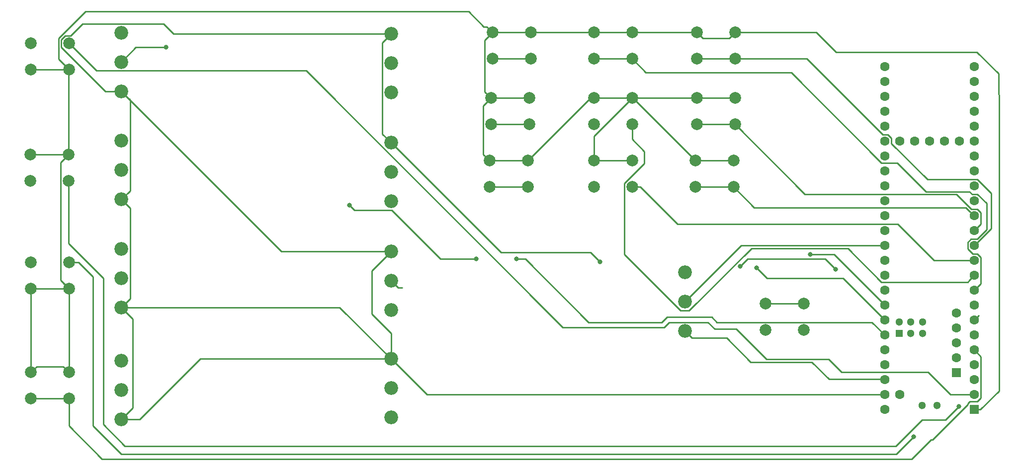
<source format=gbr>
G04 #@! TF.GenerationSoftware,KiCad,Pcbnew,(5.1.4-0-10_14)*
G04 #@! TF.CreationDate,2020-08-23T12:41:51+02:00*
G04 #@! TF.ProjectId,the_mvp,7468655f-6d76-4702-9e6b-696361645f70,1.0*
G04 #@! TF.SameCoordinates,Original*
G04 #@! TF.FileFunction,Copper,L1,Top*
G04 #@! TF.FilePolarity,Positive*
%FSLAX46Y46*%
G04 Gerber Fmt 4.6, Leading zero omitted, Abs format (unit mm)*
G04 Created by KiCad (PCBNEW (5.1.4-0-10_14)) date 2020-08-23 12:41:51*
%MOMM*%
%LPD*%
G04 APERTURE LIST*
%ADD10C,1.300000*%
%ADD11C,1.600000*%
%ADD12R,1.300000X1.300000*%
%ADD13R,1.600000X1.600000*%
%ADD14C,2.000000*%
%ADD15C,2.340000*%
%ADD16C,0.800000*%
%ADD17C,0.250000*%
G04 APERTURE END LIST*
D10*
X208788000Y-92234000D03*
X211328000Y-92234000D03*
D11*
X204978000Y-47244000D03*
X207518000Y-47244000D03*
X210058000Y-47244000D03*
X212598000Y-47244000D03*
X215138000Y-47244000D03*
D10*
X208876400Y-79994000D03*
X208876400Y-77994000D03*
X206876400Y-77994000D03*
X206876400Y-79994000D03*
X204876400Y-77994000D03*
D12*
X204876400Y-79994000D03*
D11*
X217678000Y-52324000D03*
X217678000Y-49784000D03*
X217678000Y-47244000D03*
X217678000Y-44704000D03*
X217678000Y-54864000D03*
X217678000Y-57404000D03*
X217678000Y-59944000D03*
X217678000Y-42164000D03*
X217678000Y-39624000D03*
X217678000Y-37084000D03*
X217678000Y-34544000D03*
X202438000Y-34544000D03*
X202438000Y-37084000D03*
X202438000Y-39624000D03*
X202438000Y-42164000D03*
X202438000Y-44704000D03*
X202438000Y-47244000D03*
X202438000Y-49784000D03*
X202438000Y-52324000D03*
X202438000Y-54864000D03*
X202438000Y-57404000D03*
X217678000Y-62484000D03*
X217678000Y-65024000D03*
X217678000Y-67564000D03*
X217678000Y-70104000D03*
X217678000Y-72644000D03*
X217678000Y-75184000D03*
X217678000Y-77724000D03*
X217678000Y-80264000D03*
X217678000Y-82804000D03*
X217678000Y-85344000D03*
X217678000Y-87884000D03*
X217678000Y-90424000D03*
D13*
X217678000Y-92964000D03*
D11*
X202438000Y-59944000D03*
X202438000Y-62484000D03*
X202438000Y-65024000D03*
X202438000Y-67564000D03*
X202438000Y-70104000D03*
X202438000Y-72644000D03*
X202438000Y-75184000D03*
X202438000Y-77724000D03*
X202438000Y-80264000D03*
X202438000Y-82804000D03*
X202438000Y-85344000D03*
X202438000Y-87884000D03*
X202438000Y-90424000D03*
X202438000Y-92964000D03*
D13*
X214627200Y-86664800D03*
D11*
X214627200Y-84124800D03*
X214627200Y-81584800D03*
X214627200Y-79044800D03*
X214627200Y-76504800D03*
X204978000Y-90424000D03*
D14*
X159408000Y-50546000D03*
X159408000Y-55046000D03*
X152908000Y-50546000D03*
X152908000Y-55046000D03*
X159408000Y-39878000D03*
X159408000Y-44378000D03*
X152908000Y-39878000D03*
X152908000Y-44378000D03*
X141882000Y-39878000D03*
X141882000Y-44378000D03*
X135382000Y-39878000D03*
X135382000Y-44378000D03*
D15*
X168402000Y-69596000D03*
X168402000Y-74596000D03*
X168402000Y-79596000D03*
X118364000Y-84328000D03*
X118364000Y-89328000D03*
X118364000Y-94328000D03*
X118364000Y-66040000D03*
X118364000Y-71040000D03*
X118364000Y-76040000D03*
X118364000Y-47498000D03*
X118364000Y-52498000D03*
X118364000Y-57498000D03*
X118364000Y-28956000D03*
X118364000Y-33956000D03*
X118364000Y-38956000D03*
X72390000Y-94615000D03*
X72390000Y-89615000D03*
X72390000Y-84615000D03*
X72390000Y-75565000D03*
X72390000Y-70565000D03*
X72390000Y-65565000D03*
X72390000Y-57150000D03*
X72390000Y-52150000D03*
X72390000Y-47150000D03*
X72390000Y-38735000D03*
X72390000Y-33735000D03*
X72390000Y-28735000D03*
D14*
X63500000Y-86614000D03*
X63500000Y-91114000D03*
X57000000Y-86614000D03*
X57000000Y-91114000D03*
X57000000Y-72390000D03*
X57000000Y-67890000D03*
X63500000Y-72390000D03*
X63500000Y-67890000D03*
X63396000Y-49530000D03*
X63396000Y-54030000D03*
X56896000Y-49530000D03*
X56896000Y-54030000D03*
X57000000Y-35052000D03*
X57000000Y-30552000D03*
X63500000Y-35052000D03*
X63500000Y-30552000D03*
X188618000Y-74930000D03*
X188618000Y-79430000D03*
X182118000Y-74930000D03*
X182118000Y-79430000D03*
X176680000Y-50546000D03*
X176680000Y-55046000D03*
X170180000Y-50546000D03*
X170180000Y-55046000D03*
X176934000Y-39878000D03*
X176934000Y-44378000D03*
X170434000Y-39878000D03*
X170434000Y-44378000D03*
X176934000Y-28702000D03*
X176934000Y-33202000D03*
X170434000Y-28702000D03*
X170434000Y-33202000D03*
X159408000Y-28702000D03*
X159408000Y-33202000D03*
X152908000Y-28702000D03*
X152908000Y-33202000D03*
X141628000Y-50546000D03*
X141628000Y-55046000D03*
X135128000Y-50546000D03*
X135128000Y-55046000D03*
X142136000Y-28702000D03*
X142136000Y-33202000D03*
X135636000Y-28702000D03*
X135636000Y-33202000D03*
D16*
X207352500Y-97624500D03*
X215099500Y-92417500D03*
X177800000Y-68580000D03*
X194056000Y-69088000D03*
X189738000Y-66548000D03*
X180594000Y-68834000D03*
X80010000Y-31242000D03*
X111252000Y-58166000D03*
X132842000Y-67310000D03*
X139700000Y-67310000D03*
X153924000Y-67818000D03*
D17*
X159408000Y-28702000D02*
X170434000Y-28702000D01*
X143550213Y-28702000D02*
X152908000Y-28702000D01*
X142136000Y-28702000D02*
X143550213Y-28702000D01*
X157993787Y-28702000D02*
X152908000Y-28702000D01*
X159408000Y-28702000D02*
X157993787Y-28702000D01*
X135636000Y-28702000D02*
X142136000Y-28702000D01*
X175934001Y-29701999D02*
X176934000Y-28702000D01*
X171433999Y-29701999D02*
X175934001Y-29701999D01*
X170434000Y-28702000D02*
X171433999Y-29701999D01*
X160822213Y-39878000D02*
X170434000Y-39878000D01*
X159408000Y-39878000D02*
X160822213Y-39878000D01*
X134382001Y-38878001D02*
X135382000Y-39878000D01*
X134310999Y-38806999D02*
X134382001Y-38878001D01*
X134310999Y-30027001D02*
X134310999Y-38806999D01*
X135636000Y-28702000D02*
X134310999Y-30027001D01*
X134056999Y-49474999D02*
X134128001Y-49546001D01*
X134128001Y-49546001D02*
X135128000Y-50546000D01*
X134056999Y-41203001D02*
X134056999Y-49474999D01*
X135382000Y-39878000D02*
X134056999Y-41203001D01*
X63500000Y-49426000D02*
X63396000Y-49530000D01*
X62500001Y-71390001D02*
X63500000Y-72390000D01*
X63500000Y-72390000D02*
X57000000Y-72390000D01*
X57000000Y-72390000D02*
X57000000Y-86614000D01*
X57999999Y-85614001D02*
X57000000Y-86614000D01*
X62500001Y-85614001D02*
X57999999Y-85614001D01*
X63500000Y-86614000D02*
X62500001Y-85614001D01*
X63500000Y-86614000D02*
X63500000Y-72390000D01*
X62396001Y-50529999D02*
X63396000Y-49530000D01*
X62070999Y-70960999D02*
X62070999Y-50855001D01*
X62070999Y-50855001D02*
X62396001Y-50529999D01*
X63500000Y-72390000D02*
X62070999Y-70960999D01*
X57000000Y-35052000D02*
X63500000Y-35052000D01*
X61724990Y-33276990D02*
X61724990Y-29729598D01*
X63500000Y-35052000D02*
X61724990Y-33276990D01*
X170434000Y-39878000D02*
X176934000Y-39878000D01*
X152296000Y-39878000D02*
X152908000Y-39878000D01*
X141628000Y-50546000D02*
X152296000Y-39878000D01*
X159408000Y-39878000D02*
X152908000Y-39878000D01*
X141628000Y-50546000D02*
X135128000Y-50546000D01*
X152908000Y-46378000D02*
X152908000Y-50546000D01*
X159408000Y-39878000D02*
X152908000Y-46378000D01*
X152908000Y-50546000D02*
X159408000Y-50546000D01*
X159512000Y-39878000D02*
X159408000Y-39878000D01*
X170180000Y-50546000D02*
X159512000Y-39878000D01*
X170180000Y-50546000D02*
X176680000Y-50546000D01*
X217678000Y-92964000D02*
X218728000Y-92964000D01*
X188618000Y-74930000D02*
X182118000Y-74930000D01*
X56896000Y-49530000D02*
X63396000Y-49530000D01*
X63396000Y-35156000D02*
X63500000Y-35052000D01*
X63396000Y-49530000D02*
X63396000Y-35156000D01*
X61724990Y-29729598D02*
X66301294Y-25153294D01*
X134128001Y-27702001D02*
X131579294Y-25153294D01*
X134636001Y-27702001D02*
X134128001Y-27702001D01*
X135636000Y-28702000D02*
X134636001Y-27702001D01*
X66301294Y-25153294D02*
X131579294Y-25153294D01*
X135382000Y-39878000D02*
X141882000Y-39878000D01*
X176934000Y-28702000D02*
X190754000Y-28702000D01*
X194111089Y-32059089D02*
X218130911Y-32059089D01*
X190754000Y-28702000D02*
X194111089Y-32059089D01*
X221813911Y-35742089D02*
X221813911Y-39298089D01*
X221813911Y-35742089D02*
X218130911Y-32059089D01*
X221886000Y-39370178D02*
X221886000Y-89806000D01*
X221813911Y-39298089D02*
X221886000Y-39370178D01*
X218728000Y-92964000D02*
X221886000Y-89806000D01*
X135636000Y-33202000D02*
X142136000Y-33202000D01*
X218477999Y-76924001D02*
X217678000Y-77724000D01*
X135382000Y-44378000D02*
X141882000Y-44378000D01*
X136542213Y-55046000D02*
X141628000Y-55046000D01*
X135128000Y-55046000D02*
X136542213Y-55046000D01*
X218440000Y-71882000D02*
X217678000Y-72644000D01*
X152908000Y-33202000D02*
X159408000Y-33202000D01*
X218803001Y-71518999D02*
X217678000Y-72644000D01*
X218803001Y-67023999D02*
X218803001Y-71518999D01*
X218218001Y-66438999D02*
X218803001Y-67023999D01*
X217427997Y-66438999D02*
X218218001Y-66438999D01*
X216552999Y-65564001D02*
X217427997Y-66438999D01*
X216552999Y-64483999D02*
X216552999Y-65564001D01*
X159408000Y-33202000D02*
X161766000Y-35560000D01*
X161766000Y-35560000D02*
X186548998Y-35560000D01*
X186548998Y-35560000D02*
X201897999Y-50909001D01*
X219772795Y-62292795D02*
X218166591Y-63898999D01*
X217137999Y-63898999D02*
X216552999Y-64483999D01*
X218166591Y-63898999D02*
X217137999Y-63898999D01*
X219772795Y-57833793D02*
X219772795Y-62292795D01*
X209498989Y-55828989D02*
X216864989Y-55828989D01*
X218218001Y-56278999D02*
X219772795Y-57833793D01*
X216864989Y-55828989D02*
X217314999Y-56278999D01*
X217314999Y-56278999D02*
X218218001Y-56278999D01*
X204579001Y-50909001D02*
X209498989Y-55828989D01*
X201897999Y-50909001D02*
X204579001Y-50909001D01*
X201897999Y-71229001D02*
X216552999Y-71229001D01*
X196143008Y-65474010D02*
X201897999Y-71229001D01*
X179736592Y-65474010D02*
X196143008Y-65474010D01*
X216552999Y-71229001D02*
X216878001Y-70903999D01*
X169119601Y-76091001D02*
X179736592Y-65474010D01*
X167684399Y-76091001D02*
X169119601Y-76091001D01*
X158082999Y-66489601D02*
X167684399Y-76091001D01*
X216878001Y-70903999D02*
X217678000Y-70104000D01*
X158082999Y-54409999D02*
X158082999Y-66489601D01*
X159408000Y-44378000D02*
X159408000Y-46886000D01*
X161491499Y-48969499D02*
X161491499Y-51001499D01*
X159408000Y-46886000D02*
X161491499Y-48969499D01*
X161491499Y-51001499D02*
X158082999Y-54409999D01*
X210820000Y-67564000D02*
X217678000Y-67564000D01*
X204614999Y-61358999D02*
X210820000Y-67564000D01*
X167135212Y-61358999D02*
X204614999Y-61358999D01*
X160822213Y-55046000D02*
X167135212Y-61358999D01*
X159408000Y-55046000D02*
X160822213Y-55046000D01*
X170434000Y-33202000D02*
X176934000Y-33202000D01*
X218218001Y-53738999D02*
X220599000Y-56119998D01*
X209694999Y-53738999D02*
X218218001Y-53738999D01*
X220599000Y-62103000D02*
X217678000Y-65024000D01*
X203563001Y-47607001D02*
X209694999Y-53738999D01*
X202074999Y-46118999D02*
X202978001Y-46118999D01*
X202978001Y-46118999D02*
X203563001Y-46703999D01*
X189158000Y-33202000D02*
X202074999Y-46118999D01*
X220599000Y-56119998D02*
X220599000Y-62103000D01*
X203563001Y-46703999D02*
X203563001Y-47607001D01*
X176934000Y-33202000D02*
X189158000Y-33202000D01*
X218477999Y-61684001D02*
X217678000Y-62484000D01*
X218803001Y-61358999D02*
X218477999Y-61684001D01*
X218803001Y-59403999D02*
X218803001Y-61358999D01*
X218218001Y-58818999D02*
X218803001Y-59403999D01*
X214649409Y-56278999D02*
X217189409Y-58818999D01*
X188834999Y-56278999D02*
X214649409Y-56278999D01*
X217189409Y-58818999D02*
X218218001Y-58818999D01*
X176934000Y-44378000D02*
X188834999Y-56278999D01*
X170434000Y-44378000D02*
X176934000Y-44378000D01*
X216263001Y-58529001D02*
X216878001Y-59144001D01*
X216878001Y-59144001D02*
X217678000Y-59944000D01*
X180163001Y-58529001D02*
X216263001Y-58529001D01*
X176680000Y-55046000D02*
X180163001Y-58529001D01*
X170180000Y-55046000D02*
X176680000Y-55046000D01*
X58414213Y-91114000D02*
X63500000Y-91114000D01*
X57000000Y-91114000D02*
X58414213Y-91114000D01*
X218803001Y-83929001D02*
X217678000Y-82804000D01*
X218218001Y-91549001D02*
X218803001Y-90964001D01*
X218803001Y-90964001D02*
X218803001Y-83929001D01*
X216552999Y-91903999D02*
X216907997Y-91549001D01*
X63500000Y-91114000D02*
X63500000Y-95758000D01*
X63500000Y-95758000D02*
X69138499Y-101396499D01*
X69138499Y-101396499D02*
X207060499Y-101396499D01*
X216907997Y-91549001D02*
X218218001Y-91549001D01*
X210551499Y-98094499D02*
X216552999Y-92092999D01*
X210362499Y-98094499D02*
X210551499Y-98094499D01*
X216552999Y-92092999D02*
X216552999Y-91903999D01*
X207060499Y-101396499D02*
X210362499Y-98094499D01*
X63500000Y-67890000D02*
X65096000Y-67890000D01*
X65096000Y-67890000D02*
X67564000Y-70358000D01*
X67564000Y-70358000D02*
X67564000Y-95758000D01*
X204393000Y-100584000D02*
X204558500Y-100418500D01*
X72390000Y-100584000D02*
X204393000Y-100584000D01*
X204558500Y-100418500D02*
X207352500Y-97624500D01*
X67564000Y-95758000D02*
X72390000Y-100584000D01*
X63396000Y-54030000D02*
X63396000Y-64666000D01*
X63396000Y-64666000D02*
X69342000Y-70612000D01*
X69342000Y-70612000D02*
X69342000Y-95504000D01*
X212775000Y-94742000D02*
X215099500Y-92417500D01*
X208788000Y-94742000D02*
X212775000Y-94742000D01*
X215138000Y-92379000D02*
X215138000Y-92202000D01*
X215099500Y-92417500D02*
X215138000Y-92379000D01*
X204343000Y-99187000D02*
X73025000Y-99187000D01*
X69342000Y-95504000D02*
X73025000Y-99187000D01*
X204343000Y-99187000D02*
X208788000Y-94742000D01*
X213614000Y-90424000D02*
X217678000Y-90424000D01*
X209804000Y-86614000D02*
X213614000Y-90424000D01*
X195072000Y-86614000D02*
X209804000Y-86614000D01*
X192876301Y-84418301D02*
X195072000Y-86614000D01*
X68178001Y-35230001D02*
X103883399Y-35230001D01*
X63500000Y-30552000D02*
X68178001Y-35230001D01*
X147610699Y-78957301D02*
X164882699Y-78957301D01*
X103883399Y-35230001D02*
X147610699Y-78957301D01*
X165739001Y-78100999D02*
X172343001Y-78100999D01*
X164882699Y-78957301D02*
X165739001Y-78100999D01*
X172343001Y-78100999D02*
X173490002Y-79248000D01*
X177111398Y-79248000D02*
X182281699Y-84418301D01*
X173490002Y-79248000D02*
X177111398Y-79248000D01*
X182281699Y-84418301D02*
X192876301Y-84418301D01*
X177974000Y-65024000D02*
X202438000Y-65024000D01*
X168402000Y-74596000D02*
X177974000Y-65024000D01*
X177800000Y-68580000D02*
X179070000Y-67310000D01*
X179070000Y-67310000D02*
X192278000Y-67310000D01*
X192278000Y-67310000D02*
X194056000Y-69088000D01*
X194056000Y-69088000D02*
X194056000Y-69088000D01*
X119533999Y-72209999D02*
X118364000Y-71040000D01*
X120215999Y-72209999D02*
X119533999Y-72209999D01*
X193802000Y-66548000D02*
X202438000Y-75184000D01*
X189738000Y-66548000D02*
X193802000Y-66548000D01*
X202438000Y-77724000D02*
X195326000Y-70612000D01*
X195326000Y-70612000D02*
X182372000Y-70612000D01*
X182372000Y-70612000D02*
X180594000Y-68834000D01*
X180594000Y-68834000D02*
X180340000Y-68834000D01*
X180594000Y-68834000D02*
X180594000Y-68834000D01*
X74883000Y-31242000D02*
X72390000Y-33735000D01*
X80010000Y-31242000D02*
X74883000Y-31242000D01*
X112079001Y-58993001D02*
X118429001Y-58993001D01*
X111252000Y-58166000D02*
X112079001Y-58993001D01*
X118429001Y-58993001D02*
X126746000Y-67310000D01*
X126746000Y-67310000D02*
X132842000Y-67310000D01*
X132842000Y-67310000D02*
X132842000Y-67310000D01*
X139700000Y-67310000D02*
X139700000Y-67310000D01*
X200274999Y-78100999D02*
X202438000Y-80264000D01*
X173867001Y-78100999D02*
X200274999Y-78100999D01*
X164469001Y-78100999D02*
X165354000Y-77216000D01*
X172982002Y-77216000D02*
X173867001Y-78100999D01*
X165354000Y-77216000D02*
X172982002Y-77216000D01*
X141224000Y-67310000D02*
X152014999Y-78100999D01*
X152014999Y-78100999D02*
X164469001Y-78100999D01*
X139700000Y-67310000D02*
X141224000Y-67310000D01*
X202358000Y-87804000D02*
X202438000Y-87884000D01*
X194484000Y-87804000D02*
X202358000Y-87804000D01*
X192960000Y-87804000D02*
X194484000Y-87804000D01*
X179610311Y-84868311D02*
X190024311Y-84868311D01*
X175507999Y-80765999D02*
X179610311Y-84868311D01*
X169571999Y-80765999D02*
X175507999Y-80765999D01*
X190024311Y-84868311D02*
X192960000Y-87804000D01*
X168402000Y-79596000D02*
X169571999Y-80765999D01*
X62174999Y-29915999D02*
X62863999Y-29226999D01*
X62174999Y-31188001D02*
X62174999Y-29915999D01*
X69721998Y-38735000D02*
X62174999Y-31188001D01*
X72390000Y-38735000D02*
X69721998Y-38735000D01*
X99695000Y-66040000D02*
X118364000Y-66040000D01*
X72390000Y-38735000D02*
X99695000Y-66040000D01*
X73885001Y-55654999D02*
X73559999Y-55980001D01*
X73885001Y-40230001D02*
X73885001Y-55654999D01*
X73559999Y-55980001D02*
X72390000Y-57150000D01*
X72390000Y-38735000D02*
X73885001Y-40230001D01*
X109601000Y-75565000D02*
X118364000Y-84328000D01*
X72390000Y-75565000D02*
X109601000Y-75565000D01*
X124460000Y-90424000D02*
X202438000Y-90424000D01*
X118364000Y-84328000D02*
X124460000Y-90424000D01*
X137058989Y-66192989D02*
X152298989Y-66192989D01*
X118364000Y-47498000D02*
X137058989Y-66192989D01*
X152298989Y-66192989D02*
X153924000Y-67818000D01*
X153924000Y-67818000D02*
X153924000Y-67818000D01*
X116868999Y-30451001D02*
X118364000Y-28956000D01*
X116868999Y-46002999D02*
X116868999Y-30451001D01*
X118364000Y-47498000D02*
X116868999Y-46002999D01*
X115062000Y-69342000D02*
X118364000Y-66040000D01*
X118364000Y-80010000D02*
X115062000Y-76708000D01*
X115062000Y-76708000D02*
X115062000Y-69342000D01*
X118364000Y-84328000D02*
X118364000Y-80010000D01*
X118364000Y-28956000D02*
X81280000Y-28956000D01*
X79563999Y-27239999D02*
X65757999Y-27239999D01*
X65757999Y-27239999D02*
X63770999Y-29226999D01*
X81280000Y-28956000D02*
X79563999Y-27239999D01*
X62863999Y-29226999D02*
X63770999Y-29226999D01*
X73559999Y-74395001D02*
X72390000Y-75565000D01*
X73914000Y-74041000D02*
X73559999Y-74395001D01*
X73914000Y-58674000D02*
X73914000Y-74041000D01*
X72390000Y-57150000D02*
X73914000Y-58674000D01*
X73559999Y-93445001D02*
X72390000Y-94615000D01*
X74358500Y-92646500D02*
X73559999Y-93445001D01*
X74358500Y-77533500D02*
X74358500Y-92646500D01*
X72390000Y-75565000D02*
X74358500Y-77533500D01*
X118364000Y-84328000D02*
X85852000Y-84328000D01*
X75565000Y-94615000D02*
X72390000Y-94615000D01*
X85852000Y-84328000D02*
X75565000Y-94615000D01*
M02*

</source>
